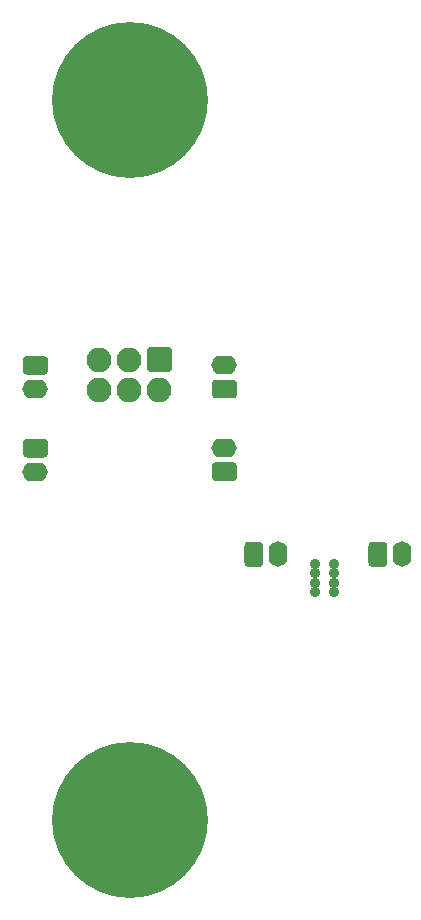
<source format=gbr>
G04 #@! TF.GenerationSoftware,KiCad,Pcbnew,5.1.10-88a1d61d58~88~ubuntu18.04.1*
G04 #@! TF.CreationDate,2021-11-17T22:12:39+08:00*
G04 #@! TF.ProjectId,ModuleV440,4d6f6475-6c65-4563-9434-302e6b696361,rev?*
G04 #@! TF.SameCoordinates,Original*
G04 #@! TF.FileFunction,Soldermask,Bot*
G04 #@! TF.FilePolarity,Negative*
%FSLAX46Y46*%
G04 Gerber Fmt 4.6, Leading zero omitted, Abs format (unit mm)*
G04 Created by KiCad (PCBNEW 5.1.10-88a1d61d58~88~ubuntu18.04.1) date 2021-11-17 22:12:39*
%MOMM*%
%LPD*%
G01*
G04 APERTURE LIST*
%ADD10C,0.900000*%
%ADD11O,1.600000X2.150000*%
%ADD12O,2.100000X2.100000*%
%ADD13O,2.150000X1.600000*%
%ADD14C,1.300000*%
%ADD15C,13.200000*%
G04 APERTURE END LIST*
D10*
X132617600Y-86537600D03*
X132617600Y-84137600D03*
X132617600Y-85737600D03*
X132617600Y-84937600D03*
X132617600Y-84937600D03*
X134217600Y-84137600D03*
X134217600Y-84937600D03*
X134217600Y-85737600D03*
X134217600Y-86537600D03*
X134217600Y-84937600D03*
D11*
X139917600Y-83337600D03*
G36*
G01*
X137117600Y-84079268D02*
X137117600Y-82595932D01*
G75*
G02*
X137450932Y-82262600I333332J0D01*
G01*
X138384268Y-82262600D01*
G75*
G02*
X138717600Y-82595932I0J-333332D01*
G01*
X138717600Y-84079268D01*
G75*
G02*
X138384268Y-84412600I-333332J0D01*
G01*
X137450932Y-84412600D01*
G75*
G02*
X137117600Y-84079268I0J333332D01*
G01*
G37*
G36*
G01*
X118567600Y-65787600D02*
X120267600Y-65787600D01*
G75*
G02*
X120467600Y-65987600I0J-200000D01*
G01*
X120467600Y-67687600D01*
G75*
G02*
X120267600Y-67887600I-200000J0D01*
G01*
X118567600Y-67887600D01*
G75*
G02*
X118367600Y-67687600I0J200000D01*
G01*
X118367600Y-65987600D01*
G75*
G02*
X118567600Y-65787600I200000J0D01*
G01*
G37*
D12*
X119417600Y-69377600D03*
X116877600Y-66837600D03*
X116877600Y-69377600D03*
X114337600Y-66837600D03*
X114337600Y-69377600D03*
D13*
X124917600Y-74337600D03*
G36*
G01*
X125659268Y-77137600D02*
X124175932Y-77137600D01*
G75*
G02*
X123842600Y-76804268I0J333332D01*
G01*
X123842600Y-75870932D01*
G75*
G02*
X124175932Y-75537600I333332J0D01*
G01*
X125659268Y-75537600D01*
G75*
G02*
X125992600Y-75870932I0J-333332D01*
G01*
X125992600Y-76804268D01*
G75*
G02*
X125659268Y-77137600I-333332J0D01*
G01*
G37*
X108917600Y-76337600D03*
G36*
G01*
X108175932Y-73537600D02*
X109659268Y-73537600D01*
G75*
G02*
X109992600Y-73870932I0J-333332D01*
G01*
X109992600Y-74804268D01*
G75*
G02*
X109659268Y-75137600I-333332J0D01*
G01*
X108175932Y-75137600D01*
G75*
G02*
X107842600Y-74804268I0J333332D01*
G01*
X107842600Y-73870932D01*
G75*
G02*
X108175932Y-73537600I333332J0D01*
G01*
G37*
D11*
X129417600Y-83337600D03*
G36*
G01*
X126617600Y-84079268D02*
X126617600Y-82595932D01*
G75*
G02*
X126950932Y-82262600I333332J0D01*
G01*
X127884268Y-82262600D01*
G75*
G02*
X128217600Y-82595932I0J-333332D01*
G01*
X128217600Y-84079268D01*
G75*
G02*
X127884268Y-84412600I-333332J0D01*
G01*
X126950932Y-84412600D01*
G75*
G02*
X126617600Y-84079268I0J333332D01*
G01*
G37*
D13*
X124917600Y-67337600D03*
G36*
G01*
X125659268Y-70137600D02*
X124175932Y-70137600D01*
G75*
G02*
X123842600Y-69804268I0J333332D01*
G01*
X123842600Y-68870932D01*
G75*
G02*
X124175932Y-68537600I333332J0D01*
G01*
X125659268Y-68537600D01*
G75*
G02*
X125992600Y-68870932I0J-333332D01*
G01*
X125992600Y-69804268D01*
G75*
G02*
X125659268Y-70137600I-333332J0D01*
G01*
G37*
G36*
G01*
X108175932Y-66537600D02*
X109659268Y-66537600D01*
G75*
G02*
X109992600Y-66870932I0J-333332D01*
G01*
X109992600Y-67804268D01*
G75*
G02*
X109659268Y-68137600I-333332J0D01*
G01*
X108175932Y-68137600D01*
G75*
G02*
X107842600Y-67804268I0J333332D01*
G01*
X107842600Y-66870932D01*
G75*
G02*
X108175932Y-66537600I333332J0D01*
G01*
G37*
X108917600Y-69337600D03*
D14*
X120311713Y-41443487D03*
X116917600Y-40037600D03*
X113523487Y-41443487D03*
X112117600Y-44837600D03*
X113523487Y-48231713D03*
X116917600Y-49637600D03*
X120311713Y-48231713D03*
X121717600Y-44837600D03*
D15*
X116917600Y-44837600D03*
D14*
X120311713Y-102443487D03*
X116917600Y-101037600D03*
X113523487Y-102443487D03*
X112117600Y-105837600D03*
X113523487Y-109231713D03*
X116917600Y-110637600D03*
X120311713Y-109231713D03*
X121717600Y-105837600D03*
D15*
X116917600Y-105837600D03*
M02*

</source>
